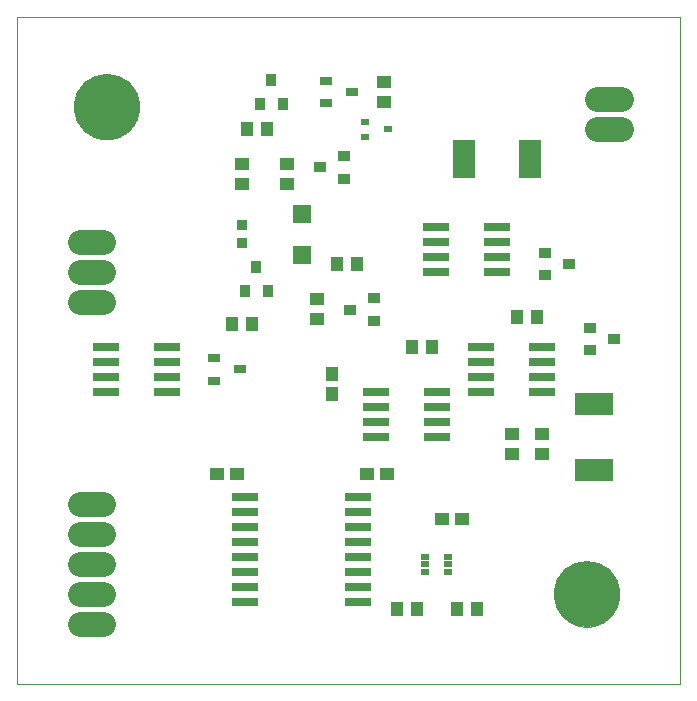
<source format=gts>
G75*
%MOIN*%
%OFA0B0*%
%FSLAX25Y25*%
%IPPOS*%
%LPD*%
%AMOC8*
5,1,8,0,0,1.08239X$1,22.5*
%
%ADD10C,0.00000*%
%ADD11R,0.04337X0.04731*%
%ADD12R,0.04731X0.04337*%
%ADD13R,0.09061X0.02762*%
%ADD14R,0.04337X0.03156*%
%ADD15R,0.03550X0.03550*%
%ADD16R,0.06306X0.06306*%
%ADD17R,0.12998X0.07487*%
%ADD18R,0.07487X0.12998*%
%ADD19R,0.03500X0.03900*%
%ADD20R,0.03900X0.03500*%
%ADD21C,0.08200*%
%ADD22R,0.02762X0.01975*%
%ADD23C,0.22054*%
D10*
X0001250Y0001250D02*
X0001250Y0223711D01*
X0222451Y0223711D01*
X0222451Y0001250D01*
X0001250Y0001250D01*
X0180423Y0031250D02*
X0180426Y0031516D01*
X0180436Y0031781D01*
X0180452Y0032046D01*
X0180475Y0032311D01*
X0180504Y0032575D01*
X0180540Y0032839D01*
X0180582Y0033101D01*
X0180631Y0033362D01*
X0180686Y0033622D01*
X0180747Y0033881D01*
X0180815Y0034138D01*
X0180889Y0034393D01*
X0180969Y0034646D01*
X0181056Y0034898D01*
X0181148Y0035147D01*
X0181247Y0035393D01*
X0181352Y0035638D01*
X0181463Y0035879D01*
X0181579Y0036118D01*
X0181701Y0036354D01*
X0181830Y0036587D01*
X0181963Y0036816D01*
X0182103Y0037042D01*
X0182248Y0037265D01*
X0182398Y0037484D01*
X0182554Y0037700D01*
X0182715Y0037911D01*
X0182881Y0038119D01*
X0183052Y0038322D01*
X0183228Y0038521D01*
X0183409Y0038716D01*
X0183594Y0038906D01*
X0183784Y0039091D01*
X0183979Y0039272D01*
X0184178Y0039448D01*
X0184381Y0039619D01*
X0184589Y0039785D01*
X0184800Y0039946D01*
X0185016Y0040102D01*
X0185235Y0040252D01*
X0185458Y0040397D01*
X0185684Y0040537D01*
X0185913Y0040670D01*
X0186146Y0040799D01*
X0186382Y0040921D01*
X0186621Y0041037D01*
X0186862Y0041148D01*
X0187107Y0041253D01*
X0187353Y0041352D01*
X0187602Y0041444D01*
X0187854Y0041531D01*
X0188107Y0041611D01*
X0188362Y0041685D01*
X0188619Y0041753D01*
X0188878Y0041814D01*
X0189138Y0041869D01*
X0189399Y0041918D01*
X0189661Y0041960D01*
X0189925Y0041996D01*
X0190189Y0042025D01*
X0190454Y0042048D01*
X0190719Y0042064D01*
X0190984Y0042074D01*
X0191250Y0042077D01*
X0191516Y0042074D01*
X0191781Y0042064D01*
X0192046Y0042048D01*
X0192311Y0042025D01*
X0192575Y0041996D01*
X0192839Y0041960D01*
X0193101Y0041918D01*
X0193362Y0041869D01*
X0193622Y0041814D01*
X0193881Y0041753D01*
X0194138Y0041685D01*
X0194393Y0041611D01*
X0194646Y0041531D01*
X0194898Y0041444D01*
X0195147Y0041352D01*
X0195393Y0041253D01*
X0195638Y0041148D01*
X0195879Y0041037D01*
X0196118Y0040921D01*
X0196354Y0040799D01*
X0196587Y0040670D01*
X0196816Y0040537D01*
X0197042Y0040397D01*
X0197265Y0040252D01*
X0197484Y0040102D01*
X0197700Y0039946D01*
X0197911Y0039785D01*
X0198119Y0039619D01*
X0198322Y0039448D01*
X0198521Y0039272D01*
X0198716Y0039091D01*
X0198906Y0038906D01*
X0199091Y0038716D01*
X0199272Y0038521D01*
X0199448Y0038322D01*
X0199619Y0038119D01*
X0199785Y0037911D01*
X0199946Y0037700D01*
X0200102Y0037484D01*
X0200252Y0037265D01*
X0200397Y0037042D01*
X0200537Y0036816D01*
X0200670Y0036587D01*
X0200799Y0036354D01*
X0200921Y0036118D01*
X0201037Y0035879D01*
X0201148Y0035638D01*
X0201253Y0035393D01*
X0201352Y0035147D01*
X0201444Y0034898D01*
X0201531Y0034646D01*
X0201611Y0034393D01*
X0201685Y0034138D01*
X0201753Y0033881D01*
X0201814Y0033622D01*
X0201869Y0033362D01*
X0201918Y0033101D01*
X0201960Y0032839D01*
X0201996Y0032575D01*
X0202025Y0032311D01*
X0202048Y0032046D01*
X0202064Y0031781D01*
X0202074Y0031516D01*
X0202077Y0031250D01*
X0202074Y0030984D01*
X0202064Y0030719D01*
X0202048Y0030454D01*
X0202025Y0030189D01*
X0201996Y0029925D01*
X0201960Y0029661D01*
X0201918Y0029399D01*
X0201869Y0029138D01*
X0201814Y0028878D01*
X0201753Y0028619D01*
X0201685Y0028362D01*
X0201611Y0028107D01*
X0201531Y0027854D01*
X0201444Y0027602D01*
X0201352Y0027353D01*
X0201253Y0027107D01*
X0201148Y0026862D01*
X0201037Y0026621D01*
X0200921Y0026382D01*
X0200799Y0026146D01*
X0200670Y0025913D01*
X0200537Y0025684D01*
X0200397Y0025458D01*
X0200252Y0025235D01*
X0200102Y0025016D01*
X0199946Y0024800D01*
X0199785Y0024589D01*
X0199619Y0024381D01*
X0199448Y0024178D01*
X0199272Y0023979D01*
X0199091Y0023784D01*
X0198906Y0023594D01*
X0198716Y0023409D01*
X0198521Y0023228D01*
X0198322Y0023052D01*
X0198119Y0022881D01*
X0197911Y0022715D01*
X0197700Y0022554D01*
X0197484Y0022398D01*
X0197265Y0022248D01*
X0197042Y0022103D01*
X0196816Y0021963D01*
X0196587Y0021830D01*
X0196354Y0021701D01*
X0196118Y0021579D01*
X0195879Y0021463D01*
X0195638Y0021352D01*
X0195393Y0021247D01*
X0195147Y0021148D01*
X0194898Y0021056D01*
X0194646Y0020969D01*
X0194393Y0020889D01*
X0194138Y0020815D01*
X0193881Y0020747D01*
X0193622Y0020686D01*
X0193362Y0020631D01*
X0193101Y0020582D01*
X0192839Y0020540D01*
X0192575Y0020504D01*
X0192311Y0020475D01*
X0192046Y0020452D01*
X0191781Y0020436D01*
X0191516Y0020426D01*
X0191250Y0020423D01*
X0190984Y0020426D01*
X0190719Y0020436D01*
X0190454Y0020452D01*
X0190189Y0020475D01*
X0189925Y0020504D01*
X0189661Y0020540D01*
X0189399Y0020582D01*
X0189138Y0020631D01*
X0188878Y0020686D01*
X0188619Y0020747D01*
X0188362Y0020815D01*
X0188107Y0020889D01*
X0187854Y0020969D01*
X0187602Y0021056D01*
X0187353Y0021148D01*
X0187107Y0021247D01*
X0186862Y0021352D01*
X0186621Y0021463D01*
X0186382Y0021579D01*
X0186146Y0021701D01*
X0185913Y0021830D01*
X0185684Y0021963D01*
X0185458Y0022103D01*
X0185235Y0022248D01*
X0185016Y0022398D01*
X0184800Y0022554D01*
X0184589Y0022715D01*
X0184381Y0022881D01*
X0184178Y0023052D01*
X0183979Y0023228D01*
X0183784Y0023409D01*
X0183594Y0023594D01*
X0183409Y0023784D01*
X0183228Y0023979D01*
X0183052Y0024178D01*
X0182881Y0024381D01*
X0182715Y0024589D01*
X0182554Y0024800D01*
X0182398Y0025016D01*
X0182248Y0025235D01*
X0182103Y0025458D01*
X0181963Y0025684D01*
X0181830Y0025913D01*
X0181701Y0026146D01*
X0181579Y0026382D01*
X0181463Y0026621D01*
X0181352Y0026862D01*
X0181247Y0027107D01*
X0181148Y0027353D01*
X0181056Y0027602D01*
X0180969Y0027854D01*
X0180889Y0028107D01*
X0180815Y0028362D01*
X0180747Y0028619D01*
X0180686Y0028878D01*
X0180631Y0029138D01*
X0180582Y0029399D01*
X0180540Y0029661D01*
X0180504Y0029925D01*
X0180475Y0030189D01*
X0180452Y0030454D01*
X0180436Y0030719D01*
X0180426Y0030984D01*
X0180423Y0031250D01*
X0020423Y0193750D02*
X0020426Y0194016D01*
X0020436Y0194281D01*
X0020452Y0194546D01*
X0020475Y0194811D01*
X0020504Y0195075D01*
X0020540Y0195339D01*
X0020582Y0195601D01*
X0020631Y0195862D01*
X0020686Y0196122D01*
X0020747Y0196381D01*
X0020815Y0196638D01*
X0020889Y0196893D01*
X0020969Y0197146D01*
X0021056Y0197398D01*
X0021148Y0197647D01*
X0021247Y0197893D01*
X0021352Y0198138D01*
X0021463Y0198379D01*
X0021579Y0198618D01*
X0021701Y0198854D01*
X0021830Y0199087D01*
X0021963Y0199316D01*
X0022103Y0199542D01*
X0022248Y0199765D01*
X0022398Y0199984D01*
X0022554Y0200200D01*
X0022715Y0200411D01*
X0022881Y0200619D01*
X0023052Y0200822D01*
X0023228Y0201021D01*
X0023409Y0201216D01*
X0023594Y0201406D01*
X0023784Y0201591D01*
X0023979Y0201772D01*
X0024178Y0201948D01*
X0024381Y0202119D01*
X0024589Y0202285D01*
X0024800Y0202446D01*
X0025016Y0202602D01*
X0025235Y0202752D01*
X0025458Y0202897D01*
X0025684Y0203037D01*
X0025913Y0203170D01*
X0026146Y0203299D01*
X0026382Y0203421D01*
X0026621Y0203537D01*
X0026862Y0203648D01*
X0027107Y0203753D01*
X0027353Y0203852D01*
X0027602Y0203944D01*
X0027854Y0204031D01*
X0028107Y0204111D01*
X0028362Y0204185D01*
X0028619Y0204253D01*
X0028878Y0204314D01*
X0029138Y0204369D01*
X0029399Y0204418D01*
X0029661Y0204460D01*
X0029925Y0204496D01*
X0030189Y0204525D01*
X0030454Y0204548D01*
X0030719Y0204564D01*
X0030984Y0204574D01*
X0031250Y0204577D01*
X0031516Y0204574D01*
X0031781Y0204564D01*
X0032046Y0204548D01*
X0032311Y0204525D01*
X0032575Y0204496D01*
X0032839Y0204460D01*
X0033101Y0204418D01*
X0033362Y0204369D01*
X0033622Y0204314D01*
X0033881Y0204253D01*
X0034138Y0204185D01*
X0034393Y0204111D01*
X0034646Y0204031D01*
X0034898Y0203944D01*
X0035147Y0203852D01*
X0035393Y0203753D01*
X0035638Y0203648D01*
X0035879Y0203537D01*
X0036118Y0203421D01*
X0036354Y0203299D01*
X0036587Y0203170D01*
X0036816Y0203037D01*
X0037042Y0202897D01*
X0037265Y0202752D01*
X0037484Y0202602D01*
X0037700Y0202446D01*
X0037911Y0202285D01*
X0038119Y0202119D01*
X0038322Y0201948D01*
X0038521Y0201772D01*
X0038716Y0201591D01*
X0038906Y0201406D01*
X0039091Y0201216D01*
X0039272Y0201021D01*
X0039448Y0200822D01*
X0039619Y0200619D01*
X0039785Y0200411D01*
X0039946Y0200200D01*
X0040102Y0199984D01*
X0040252Y0199765D01*
X0040397Y0199542D01*
X0040537Y0199316D01*
X0040670Y0199087D01*
X0040799Y0198854D01*
X0040921Y0198618D01*
X0041037Y0198379D01*
X0041148Y0198138D01*
X0041253Y0197893D01*
X0041352Y0197647D01*
X0041444Y0197398D01*
X0041531Y0197146D01*
X0041611Y0196893D01*
X0041685Y0196638D01*
X0041753Y0196381D01*
X0041814Y0196122D01*
X0041869Y0195862D01*
X0041918Y0195601D01*
X0041960Y0195339D01*
X0041996Y0195075D01*
X0042025Y0194811D01*
X0042048Y0194546D01*
X0042064Y0194281D01*
X0042074Y0194016D01*
X0042077Y0193750D01*
X0042074Y0193484D01*
X0042064Y0193219D01*
X0042048Y0192954D01*
X0042025Y0192689D01*
X0041996Y0192425D01*
X0041960Y0192161D01*
X0041918Y0191899D01*
X0041869Y0191638D01*
X0041814Y0191378D01*
X0041753Y0191119D01*
X0041685Y0190862D01*
X0041611Y0190607D01*
X0041531Y0190354D01*
X0041444Y0190102D01*
X0041352Y0189853D01*
X0041253Y0189607D01*
X0041148Y0189362D01*
X0041037Y0189121D01*
X0040921Y0188882D01*
X0040799Y0188646D01*
X0040670Y0188413D01*
X0040537Y0188184D01*
X0040397Y0187958D01*
X0040252Y0187735D01*
X0040102Y0187516D01*
X0039946Y0187300D01*
X0039785Y0187089D01*
X0039619Y0186881D01*
X0039448Y0186678D01*
X0039272Y0186479D01*
X0039091Y0186284D01*
X0038906Y0186094D01*
X0038716Y0185909D01*
X0038521Y0185728D01*
X0038322Y0185552D01*
X0038119Y0185381D01*
X0037911Y0185215D01*
X0037700Y0185054D01*
X0037484Y0184898D01*
X0037265Y0184748D01*
X0037042Y0184603D01*
X0036816Y0184463D01*
X0036587Y0184330D01*
X0036354Y0184201D01*
X0036118Y0184079D01*
X0035879Y0183963D01*
X0035638Y0183852D01*
X0035393Y0183747D01*
X0035147Y0183648D01*
X0034898Y0183556D01*
X0034646Y0183469D01*
X0034393Y0183389D01*
X0034138Y0183315D01*
X0033881Y0183247D01*
X0033622Y0183186D01*
X0033362Y0183131D01*
X0033101Y0183082D01*
X0032839Y0183040D01*
X0032575Y0183004D01*
X0032311Y0182975D01*
X0032046Y0182952D01*
X0031781Y0182936D01*
X0031516Y0182926D01*
X0031250Y0182923D01*
X0030984Y0182926D01*
X0030719Y0182936D01*
X0030454Y0182952D01*
X0030189Y0182975D01*
X0029925Y0183004D01*
X0029661Y0183040D01*
X0029399Y0183082D01*
X0029138Y0183131D01*
X0028878Y0183186D01*
X0028619Y0183247D01*
X0028362Y0183315D01*
X0028107Y0183389D01*
X0027854Y0183469D01*
X0027602Y0183556D01*
X0027353Y0183648D01*
X0027107Y0183747D01*
X0026862Y0183852D01*
X0026621Y0183963D01*
X0026382Y0184079D01*
X0026146Y0184201D01*
X0025913Y0184330D01*
X0025684Y0184463D01*
X0025458Y0184603D01*
X0025235Y0184748D01*
X0025016Y0184898D01*
X0024800Y0185054D01*
X0024589Y0185215D01*
X0024381Y0185381D01*
X0024178Y0185552D01*
X0023979Y0185728D01*
X0023784Y0185909D01*
X0023594Y0186094D01*
X0023409Y0186284D01*
X0023228Y0186479D01*
X0023052Y0186678D01*
X0022881Y0186881D01*
X0022715Y0187089D01*
X0022554Y0187300D01*
X0022398Y0187516D01*
X0022248Y0187735D01*
X0022103Y0187958D01*
X0021963Y0188184D01*
X0021830Y0188413D01*
X0021701Y0188646D01*
X0021579Y0188882D01*
X0021463Y0189121D01*
X0021352Y0189362D01*
X0021247Y0189607D01*
X0021148Y0189853D01*
X0021056Y0190102D01*
X0020969Y0190354D01*
X0020889Y0190607D01*
X0020815Y0190862D01*
X0020747Y0191119D01*
X0020686Y0191378D01*
X0020631Y0191638D01*
X0020582Y0191899D01*
X0020540Y0192161D01*
X0020504Y0192425D01*
X0020475Y0192689D01*
X0020452Y0192954D01*
X0020436Y0193219D01*
X0020426Y0193484D01*
X0020423Y0193750D01*
D11*
X0077904Y0186250D03*
X0084596Y0186250D03*
X0107904Y0141250D03*
X0114596Y0141250D03*
X0132904Y0113750D03*
X0139596Y0113750D03*
X0167904Y0123750D03*
X0174596Y0123750D03*
X0106250Y0104596D03*
X0106250Y0097904D03*
X0079596Y0121250D03*
X0072904Y0121250D03*
X0127904Y0026250D03*
X0134596Y0026250D03*
X0147904Y0026250D03*
X0154596Y0026250D03*
D12*
X0149596Y0056250D03*
X0142904Y0056250D03*
X0124596Y0071250D03*
X0117904Y0071250D03*
X0074596Y0071250D03*
X0067904Y0071250D03*
X0101250Y0122904D03*
X0101250Y0129596D03*
X0091250Y0167904D03*
X0091250Y0174596D03*
X0076250Y0174596D03*
X0076250Y0167904D03*
X0123750Y0195404D03*
X0123750Y0202096D03*
X0166250Y0084596D03*
X0166250Y0077904D03*
X0176250Y0077904D03*
X0176250Y0084596D03*
D13*
X0176486Y0098750D03*
X0176486Y0103750D03*
X0176486Y0108750D03*
X0176486Y0113750D03*
X0156014Y0113750D03*
X0156014Y0108750D03*
X0156014Y0103750D03*
X0156014Y0098750D03*
X0141486Y0098750D03*
X0141486Y0093750D03*
X0141486Y0088750D03*
X0141486Y0083750D03*
X0121014Y0083750D03*
X0121014Y0088750D03*
X0121014Y0093750D03*
X0121014Y0098750D03*
X0115148Y0063750D03*
X0115148Y0058750D03*
X0115148Y0053750D03*
X0115148Y0048750D03*
X0115148Y0043750D03*
X0115148Y0038750D03*
X0115148Y0033750D03*
X0115148Y0028750D03*
X0077451Y0028750D03*
X0077451Y0033750D03*
X0077451Y0038750D03*
X0077451Y0043750D03*
X0077451Y0048750D03*
X0077451Y0053750D03*
X0077451Y0058750D03*
X0077451Y0063750D03*
X0051486Y0098750D03*
X0051486Y0103750D03*
X0051486Y0108750D03*
X0051486Y0113750D03*
X0031014Y0113750D03*
X0031014Y0108750D03*
X0031014Y0103750D03*
X0031014Y0098750D03*
X0141014Y0138750D03*
X0141014Y0143750D03*
X0141014Y0148750D03*
X0141014Y0153750D03*
X0161486Y0153750D03*
X0161486Y0148750D03*
X0161486Y0143750D03*
X0161486Y0138750D03*
D14*
X0104419Y0195010D03*
X0104419Y0202490D03*
X0113081Y0198750D03*
X0066919Y0109990D03*
X0066919Y0102510D03*
X0075581Y0106250D03*
D15*
X0076250Y0148297D03*
X0076250Y0154203D03*
D16*
X0096250Y0158140D03*
X0096250Y0144360D03*
D17*
X0193750Y0094774D03*
X0193750Y0072726D03*
D18*
X0172274Y0176250D03*
X0150226Y0176250D03*
D19*
X0089950Y0194750D03*
X0082350Y0194750D03*
X0086150Y0202750D03*
X0081150Y0140250D03*
X0077350Y0132250D03*
X0084950Y0132250D03*
D20*
X0112250Y0126150D03*
X0120250Y0122350D03*
X0120250Y0129950D03*
X0110250Y0169850D03*
X0110250Y0177450D03*
X0102250Y0173650D03*
X0177250Y0145150D03*
X0177250Y0137550D03*
X0185250Y0141350D03*
X0192250Y0120150D03*
X0192250Y0112550D03*
X0200250Y0116350D03*
D21*
X0202650Y0186250D02*
X0194850Y0186250D01*
X0194850Y0196250D02*
X0202650Y0196250D01*
X0030150Y0148750D02*
X0022350Y0148750D01*
X0022350Y0138750D02*
X0030150Y0138750D01*
X0030150Y0128750D02*
X0022350Y0128750D01*
X0022350Y0061250D02*
X0030150Y0061250D01*
X0030150Y0051250D02*
X0022350Y0051250D01*
X0022350Y0041250D02*
X0030150Y0041250D01*
X0030150Y0031250D02*
X0022350Y0031250D01*
X0022350Y0021250D02*
X0030150Y0021250D01*
D22*
X0137510Y0038691D03*
X0137510Y0041250D03*
X0137510Y0043809D03*
X0144990Y0043809D03*
X0144990Y0041250D03*
X0144990Y0038691D03*
X0117510Y0183691D03*
X0117510Y0188809D03*
X0124990Y0186250D03*
D23*
X0031250Y0193750D03*
X0191250Y0031250D03*
M02*

</source>
